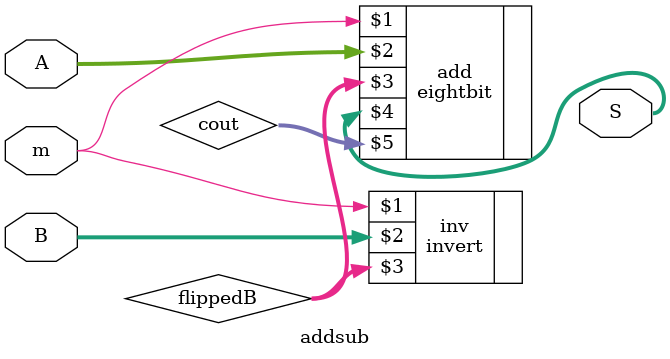
<source format=v>
`timescale 1ns/100ps
`include "eightbit.v"
`include "invert.v"

module addsub(m, A, B, S);

	input m;
	input [7:0] A, B;
	output [7:0] S;
	
	wire [7:0] flippedB;
	wire [1:0] cout;
	
	invert inv(m, B, flippedB);
	eightbit add(m, A, flippedB, S, cout);

endmodule
</source>
